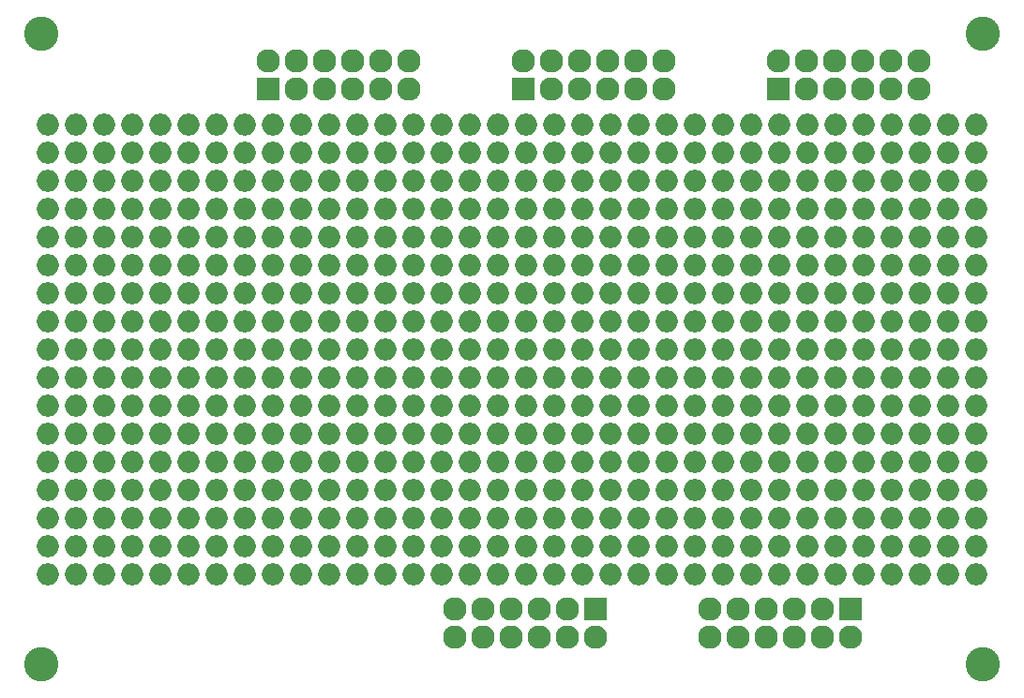
<source format=gts>
G04 #@! TF.GenerationSoftware,KiCad,Pcbnew,(2017-01-24 revision 0b6147e)-makepkg*
G04 #@! TF.CreationDate,2017-09-23T09:01:55-07:00*
G04 #@! TF.ProjectId,SpartanMiniProtoShield,5370617274616E4D696E6950726F746F,rev?*
G04 #@! TF.FileFunction,Soldermask,Top*
G04 #@! TF.FilePolarity,Negative*
%FSLAX46Y46*%
G04 Gerber Fmt 4.6, Leading zero omitted, Abs format (unit mm)*
G04 Created by KiCad (PCBNEW (2017-01-24 revision 0b6147e)-makepkg) date 09/23/17 09:01:55*
%MOMM*%
%LPD*%
G01*
G04 APERTURE LIST*
%ADD10C,0.100000*%
%ADD11O,2.000000X2.000000*%
%ADD12O,2.127200X2.127200*%
%ADD13R,2.127200X2.127200*%
%ADD14C,2.127200*%
%ADD15C,3.100000*%
G04 APERTURE END LIST*
D10*
D11*
X118880000Y-126300000D03*
X116340000Y-126300000D03*
X113800000Y-126300000D03*
X111260000Y-126300000D03*
X108720000Y-126300000D03*
X106180000Y-126300000D03*
X103640000Y-126300000D03*
X101100000Y-126300000D03*
X98560000Y-126300000D03*
X96020000Y-126300000D03*
X93480000Y-126300000D03*
X90940000Y-126300000D03*
X88400000Y-126300000D03*
X85860000Y-126300000D03*
X83320000Y-126300000D03*
X80780000Y-126300000D03*
X78240000Y-126300000D03*
X75700000Y-126300000D03*
X73160000Y-126300000D03*
X70620000Y-126300000D03*
X68080000Y-126300000D03*
X65540000Y-126300000D03*
X63000000Y-126300000D03*
X60460000Y-126300000D03*
X57920000Y-126300000D03*
X55380000Y-126300000D03*
X52840000Y-126300000D03*
X50300000Y-126300000D03*
X47760000Y-126300000D03*
X45220000Y-126300000D03*
X42680000Y-126300000D03*
X40140000Y-126300000D03*
X37600000Y-126300000D03*
X35060000Y-126300000D03*
X118880000Y-123760000D03*
X116340000Y-123760000D03*
X113800000Y-123760000D03*
X111260000Y-123760000D03*
X108720000Y-123760000D03*
X106180000Y-123760000D03*
X103640000Y-123760000D03*
X101100000Y-123760000D03*
X98560000Y-123760000D03*
X96020000Y-123760000D03*
X93480000Y-123760000D03*
X90940000Y-123760000D03*
X88400000Y-123760000D03*
X85860000Y-123760000D03*
X83320000Y-123760000D03*
X80780000Y-123760000D03*
X78240000Y-123760000D03*
X75700000Y-123760000D03*
X73160000Y-123760000D03*
X70620000Y-123760000D03*
X68080000Y-123760000D03*
X65540000Y-123760000D03*
X63000000Y-123760000D03*
X60460000Y-123760000D03*
X57920000Y-123760000D03*
X55380000Y-123760000D03*
X52840000Y-123760000D03*
X50300000Y-123760000D03*
X47760000Y-123760000D03*
X45220000Y-123760000D03*
X42680000Y-123760000D03*
X40140000Y-123760000D03*
X37600000Y-123760000D03*
X35060000Y-123760000D03*
X118880000Y-121220000D03*
X116340000Y-121220000D03*
X113800000Y-121220000D03*
X111260000Y-121220000D03*
X108720000Y-121220000D03*
X106180000Y-121220000D03*
X103640000Y-121220000D03*
X101100000Y-121220000D03*
X98560000Y-121220000D03*
X96020000Y-121220000D03*
X93480000Y-121220000D03*
X90940000Y-121220000D03*
X88400000Y-121220000D03*
X85860000Y-121220000D03*
X83320000Y-121220000D03*
X80780000Y-121220000D03*
X78240000Y-121220000D03*
X75700000Y-121220000D03*
X73160000Y-121220000D03*
X70620000Y-121220000D03*
X68080000Y-121220000D03*
X65540000Y-121220000D03*
X63000000Y-121220000D03*
X60460000Y-121220000D03*
X57920000Y-121220000D03*
X55380000Y-121220000D03*
X52840000Y-121220000D03*
X50300000Y-121220000D03*
X47760000Y-121220000D03*
X45220000Y-121220000D03*
X42680000Y-121220000D03*
X40140000Y-121220000D03*
X37600000Y-121220000D03*
X35060000Y-121220000D03*
X118880000Y-118680000D03*
X116340000Y-118680000D03*
X113800000Y-118680000D03*
X111260000Y-118680000D03*
X108720000Y-118680000D03*
X106180000Y-118680000D03*
X103640000Y-118680000D03*
X101100000Y-118680000D03*
X98560000Y-118680000D03*
X96020000Y-118680000D03*
X93480000Y-118680000D03*
X90940000Y-118680000D03*
X88400000Y-118680000D03*
X85860000Y-118680000D03*
X83320000Y-118680000D03*
X80780000Y-118680000D03*
X78240000Y-118680000D03*
X75700000Y-118680000D03*
X73160000Y-118680000D03*
X70620000Y-118680000D03*
X68080000Y-118680000D03*
X65540000Y-118680000D03*
X63000000Y-118680000D03*
X60460000Y-118680000D03*
X57920000Y-118680000D03*
X55380000Y-118680000D03*
X52840000Y-118680000D03*
X50300000Y-118680000D03*
X47760000Y-118680000D03*
X45220000Y-118680000D03*
X42680000Y-118680000D03*
X40140000Y-118680000D03*
X37600000Y-118680000D03*
X35060000Y-118680000D03*
X118880000Y-116140000D03*
X116340000Y-116140000D03*
X113800000Y-116140000D03*
X111260000Y-116140000D03*
X108720000Y-116140000D03*
X106180000Y-116140000D03*
X103640000Y-116140000D03*
X101100000Y-116140000D03*
X98560000Y-116140000D03*
X96020000Y-116140000D03*
X93480000Y-116140000D03*
X90940000Y-116140000D03*
X88400000Y-116140000D03*
X85860000Y-116140000D03*
X83320000Y-116140000D03*
X80780000Y-116140000D03*
X78240000Y-116140000D03*
X75700000Y-116140000D03*
X73160000Y-116140000D03*
X70620000Y-116140000D03*
X68080000Y-116140000D03*
X65540000Y-116140000D03*
X63000000Y-116140000D03*
X60460000Y-116140000D03*
X57920000Y-116140000D03*
X55380000Y-116140000D03*
X52840000Y-116140000D03*
X50300000Y-116140000D03*
X47760000Y-116140000D03*
X45220000Y-116140000D03*
X42680000Y-116140000D03*
X40140000Y-116140000D03*
X37600000Y-116140000D03*
X35060000Y-116140000D03*
X118880000Y-113600000D03*
X116340000Y-113600000D03*
X113800000Y-113600000D03*
X111260000Y-113600000D03*
X108720000Y-113600000D03*
X106180000Y-113600000D03*
X103640000Y-113600000D03*
X101100000Y-113600000D03*
X98560000Y-113600000D03*
X96020000Y-113600000D03*
X93480000Y-113600000D03*
X90940000Y-113600000D03*
X88400000Y-113600000D03*
X85860000Y-113600000D03*
X83320000Y-113600000D03*
X80780000Y-113600000D03*
X78240000Y-113600000D03*
X75700000Y-113600000D03*
X73160000Y-113600000D03*
X70620000Y-113600000D03*
X68080000Y-113600000D03*
X65540000Y-113600000D03*
X63000000Y-113600000D03*
X60460000Y-113600000D03*
X57920000Y-113600000D03*
X55380000Y-113600000D03*
X52840000Y-113600000D03*
X50300000Y-113600000D03*
X47760000Y-113600000D03*
X45220000Y-113600000D03*
X42680000Y-113600000D03*
X40140000Y-113600000D03*
X37600000Y-113600000D03*
X35060000Y-113600000D03*
X118880000Y-111060000D03*
X116340000Y-111060000D03*
X113800000Y-111060000D03*
X111260000Y-111060000D03*
X108720000Y-111060000D03*
X106180000Y-111060000D03*
X103640000Y-111060000D03*
X101100000Y-111060000D03*
X98560000Y-111060000D03*
X96020000Y-111060000D03*
X93480000Y-111060000D03*
X90940000Y-111060000D03*
X88400000Y-111060000D03*
X85860000Y-111060000D03*
X83320000Y-111060000D03*
X80780000Y-111060000D03*
X78240000Y-111060000D03*
X75700000Y-111060000D03*
X73160000Y-111060000D03*
X70620000Y-111060000D03*
X68080000Y-111060000D03*
X65540000Y-111060000D03*
X63000000Y-111060000D03*
X60460000Y-111060000D03*
X57920000Y-111060000D03*
X55380000Y-111060000D03*
X52840000Y-111060000D03*
X50300000Y-111060000D03*
X47760000Y-111060000D03*
X45220000Y-111060000D03*
X42680000Y-111060000D03*
X40140000Y-111060000D03*
X37600000Y-111060000D03*
X35060000Y-111060000D03*
X118880000Y-108520000D03*
X116340000Y-108520000D03*
X113800000Y-108520000D03*
X111260000Y-108520000D03*
X108720000Y-108520000D03*
X106180000Y-108520000D03*
X103640000Y-108520000D03*
X101100000Y-108520000D03*
X98560000Y-108520000D03*
X96020000Y-108520000D03*
X93480000Y-108520000D03*
X90940000Y-108520000D03*
X88400000Y-108520000D03*
X85860000Y-108520000D03*
X83320000Y-108520000D03*
X80780000Y-108520000D03*
X78240000Y-108520000D03*
X75700000Y-108520000D03*
X73160000Y-108520000D03*
X70620000Y-108520000D03*
X68080000Y-108520000D03*
X65540000Y-108520000D03*
X63000000Y-108520000D03*
X60460000Y-108520000D03*
X57920000Y-108520000D03*
X55380000Y-108520000D03*
X52840000Y-108520000D03*
X50300000Y-108520000D03*
X47760000Y-108520000D03*
X45220000Y-108520000D03*
X42680000Y-108520000D03*
X40140000Y-108520000D03*
X37600000Y-108520000D03*
X35060000Y-108520000D03*
X118880000Y-105980000D03*
X116340000Y-105980000D03*
X113800000Y-105980000D03*
X111260000Y-105980000D03*
X108720000Y-105980000D03*
X106180000Y-105980000D03*
X103640000Y-105980000D03*
X101100000Y-105980000D03*
X98560000Y-105980000D03*
X96020000Y-105980000D03*
X93480000Y-105980000D03*
X90940000Y-105980000D03*
X88400000Y-105980000D03*
X85860000Y-105980000D03*
X83320000Y-105980000D03*
X80780000Y-105980000D03*
X78240000Y-105980000D03*
X75700000Y-105980000D03*
X73160000Y-105980000D03*
X70620000Y-105980000D03*
X68080000Y-105980000D03*
X65540000Y-105980000D03*
X63000000Y-105980000D03*
X60460000Y-105980000D03*
X57920000Y-105980000D03*
X55380000Y-105980000D03*
X52840000Y-105980000D03*
X50300000Y-105980000D03*
X47760000Y-105980000D03*
X45220000Y-105980000D03*
X42680000Y-105980000D03*
X40140000Y-105980000D03*
X37600000Y-105980000D03*
X35060000Y-105980000D03*
X118880000Y-103440000D03*
X116340000Y-103440000D03*
X113800000Y-103440000D03*
X111260000Y-103440000D03*
X108720000Y-103440000D03*
X106180000Y-103440000D03*
X103640000Y-103440000D03*
X101100000Y-103440000D03*
X98560000Y-103440000D03*
X96020000Y-103440000D03*
X93480000Y-103440000D03*
X90940000Y-103440000D03*
X88400000Y-103440000D03*
X85860000Y-103440000D03*
X83320000Y-103440000D03*
X80780000Y-103440000D03*
X78240000Y-103440000D03*
X75700000Y-103440000D03*
X73160000Y-103440000D03*
X70620000Y-103440000D03*
X68080000Y-103440000D03*
X65540000Y-103440000D03*
X63000000Y-103440000D03*
X60460000Y-103440000D03*
X57920000Y-103440000D03*
X55380000Y-103440000D03*
X52840000Y-103440000D03*
X50300000Y-103440000D03*
X47760000Y-103440000D03*
X45220000Y-103440000D03*
X42680000Y-103440000D03*
X40140000Y-103440000D03*
X37600000Y-103440000D03*
X35060000Y-103440000D03*
X118880000Y-100900000D03*
X116340000Y-100900000D03*
X113800000Y-100900000D03*
X111260000Y-100900000D03*
X108720000Y-100900000D03*
X106180000Y-100900000D03*
X103640000Y-100900000D03*
X101100000Y-100900000D03*
X98560000Y-100900000D03*
X96020000Y-100900000D03*
X93480000Y-100900000D03*
X90940000Y-100900000D03*
X88400000Y-100900000D03*
X85860000Y-100900000D03*
X83320000Y-100900000D03*
X80780000Y-100900000D03*
X78240000Y-100900000D03*
X75700000Y-100900000D03*
X73160000Y-100900000D03*
X70620000Y-100900000D03*
X68080000Y-100900000D03*
X65540000Y-100900000D03*
X63000000Y-100900000D03*
X60460000Y-100900000D03*
X57920000Y-100900000D03*
X55380000Y-100900000D03*
X52840000Y-100900000D03*
X50300000Y-100900000D03*
X47760000Y-100900000D03*
X45220000Y-100900000D03*
X42680000Y-100900000D03*
X40140000Y-100900000D03*
X37600000Y-100900000D03*
X35060000Y-100900000D03*
X118880000Y-98360000D03*
X116340000Y-98360000D03*
X113800000Y-98360000D03*
X111260000Y-98360000D03*
X108720000Y-98360000D03*
X106180000Y-98360000D03*
X103640000Y-98360000D03*
X101100000Y-98360000D03*
X98560000Y-98360000D03*
X96020000Y-98360000D03*
X93480000Y-98360000D03*
X90940000Y-98360000D03*
X88400000Y-98360000D03*
X85860000Y-98360000D03*
X83320000Y-98360000D03*
X80780000Y-98360000D03*
X78240000Y-98360000D03*
X75700000Y-98360000D03*
X73160000Y-98360000D03*
X70620000Y-98360000D03*
X68080000Y-98360000D03*
X65540000Y-98360000D03*
X63000000Y-98360000D03*
X60460000Y-98360000D03*
X57920000Y-98360000D03*
X55380000Y-98360000D03*
X52840000Y-98360000D03*
X50300000Y-98360000D03*
X47760000Y-98360000D03*
X45220000Y-98360000D03*
X42680000Y-98360000D03*
X40140000Y-98360000D03*
X37600000Y-98360000D03*
X35060000Y-98360000D03*
X118880000Y-95820000D03*
X116340000Y-95820000D03*
X113800000Y-95820000D03*
X111260000Y-95820000D03*
X108720000Y-95820000D03*
X106180000Y-95820000D03*
X103640000Y-95820000D03*
X101100000Y-95820000D03*
X98560000Y-95820000D03*
X96020000Y-95820000D03*
X93480000Y-95820000D03*
X90940000Y-95820000D03*
X88400000Y-95820000D03*
X85860000Y-95820000D03*
X83320000Y-95820000D03*
X80780000Y-95820000D03*
X78240000Y-95820000D03*
X75700000Y-95820000D03*
X73160000Y-95820000D03*
X70620000Y-95820000D03*
X68080000Y-95820000D03*
X65540000Y-95820000D03*
X63000000Y-95820000D03*
X60460000Y-95820000D03*
X57920000Y-95820000D03*
X55380000Y-95820000D03*
X52840000Y-95820000D03*
X50300000Y-95820000D03*
X47760000Y-95820000D03*
X45220000Y-95820000D03*
X42680000Y-95820000D03*
X40140000Y-95820000D03*
X37600000Y-95820000D03*
X35060000Y-95820000D03*
X118880000Y-93280000D03*
X116340000Y-93280000D03*
X113800000Y-93280000D03*
X111260000Y-93280000D03*
X108720000Y-93280000D03*
X106180000Y-93280000D03*
X103640000Y-93280000D03*
X101100000Y-93280000D03*
X98560000Y-93280000D03*
X96020000Y-93280000D03*
X93480000Y-93280000D03*
X90940000Y-93280000D03*
X88400000Y-93280000D03*
X85860000Y-93280000D03*
X83320000Y-93280000D03*
X80780000Y-93280000D03*
X78240000Y-93280000D03*
X75700000Y-93280000D03*
X73160000Y-93280000D03*
X70620000Y-93280000D03*
X68080000Y-93280000D03*
X65540000Y-93280000D03*
X63000000Y-93280000D03*
X60460000Y-93280000D03*
X57920000Y-93280000D03*
X55380000Y-93280000D03*
X52840000Y-93280000D03*
X50300000Y-93280000D03*
X47760000Y-93280000D03*
X45220000Y-93280000D03*
X42680000Y-93280000D03*
X40140000Y-93280000D03*
X37600000Y-93280000D03*
X35060000Y-93280000D03*
X118880000Y-90740000D03*
X116340000Y-90740000D03*
X113800000Y-90740000D03*
X111260000Y-90740000D03*
X108720000Y-90740000D03*
X106180000Y-90740000D03*
X103640000Y-90740000D03*
X101100000Y-90740000D03*
X98560000Y-90740000D03*
X96020000Y-90740000D03*
X93480000Y-90740000D03*
X90940000Y-90740000D03*
X88400000Y-90740000D03*
X85860000Y-90740000D03*
X83320000Y-90740000D03*
X80780000Y-90740000D03*
X78240000Y-90740000D03*
X75700000Y-90740000D03*
X73160000Y-90740000D03*
X70620000Y-90740000D03*
X68080000Y-90740000D03*
X65540000Y-90740000D03*
X63000000Y-90740000D03*
X60460000Y-90740000D03*
X57920000Y-90740000D03*
X55380000Y-90740000D03*
X52840000Y-90740000D03*
X50300000Y-90740000D03*
X47760000Y-90740000D03*
X45220000Y-90740000D03*
X42680000Y-90740000D03*
X40140000Y-90740000D03*
X37600000Y-90740000D03*
D12*
X84503500Y-134543500D03*
D13*
X84503500Y-132003500D03*
D12*
X81963500Y-134543500D03*
X81963500Y-132003500D03*
X79423500Y-134543500D03*
X79423500Y-132003500D03*
X76883500Y-134543500D03*
X76883500Y-132003500D03*
X74343500Y-134543500D03*
X74343500Y-132003500D03*
X71803500Y-134543500D03*
D14*
X71803500Y-132003500D03*
X94803500Y-132003500D03*
D12*
X94803500Y-134543500D03*
X97343500Y-132003500D03*
X97343500Y-134543500D03*
X99883500Y-132003500D03*
X99883500Y-134543500D03*
X102423500Y-132003500D03*
X102423500Y-134543500D03*
X104963500Y-132003500D03*
X104963500Y-134543500D03*
D13*
X107503500Y-132003500D03*
D12*
X107503500Y-134543500D03*
D14*
X67696500Y-84996500D03*
D12*
X67696500Y-82456500D03*
X65156500Y-84996500D03*
X65156500Y-82456500D03*
X62616500Y-84996500D03*
X62616500Y-82456500D03*
X60076500Y-84996500D03*
X60076500Y-82456500D03*
X57536500Y-84996500D03*
X57536500Y-82456500D03*
D13*
X54996500Y-84996500D03*
D12*
X54996500Y-82456500D03*
D14*
X90696500Y-84996500D03*
D12*
X90696500Y-82456500D03*
X88156500Y-84996500D03*
X88156500Y-82456500D03*
X85616500Y-84996500D03*
X85616500Y-82456500D03*
X83076500Y-84996500D03*
X83076500Y-82456500D03*
X80536500Y-84996500D03*
X80536500Y-82456500D03*
D13*
X77996500Y-84996500D03*
D12*
X77996500Y-82456500D03*
X100996500Y-82456500D03*
D13*
X100996500Y-84996500D03*
D12*
X103536500Y-82456500D03*
X103536500Y-84996500D03*
X106076500Y-82456500D03*
X106076500Y-84996500D03*
X108616500Y-82456500D03*
X108616500Y-84996500D03*
X111156500Y-82456500D03*
X111156500Y-84996500D03*
X113696500Y-82456500D03*
D14*
X113696500Y-84996500D03*
D15*
X119500000Y-137000000D03*
X119500000Y-80000000D03*
X34500000Y-80000000D03*
X34500000Y-137000000D03*
D11*
X35060000Y-90740000D03*
X118880000Y-128840000D03*
X116340000Y-128840000D03*
X113800000Y-128840000D03*
X111260000Y-128840000D03*
X108720000Y-128840000D03*
X106180000Y-128840000D03*
X103640000Y-128840000D03*
X101100000Y-128840000D03*
X98560000Y-128840000D03*
X96020000Y-128840000D03*
X93480000Y-128840000D03*
X90940000Y-128840000D03*
X88400000Y-128840000D03*
X85860000Y-128840000D03*
X83320000Y-128840000D03*
X80780000Y-128840000D03*
X78240000Y-128840000D03*
X75700000Y-128840000D03*
X73160000Y-128840000D03*
X70620000Y-128840000D03*
X68080000Y-128840000D03*
X65540000Y-128840000D03*
X63000000Y-128840000D03*
X60460000Y-128840000D03*
X57920000Y-128840000D03*
X55380000Y-128840000D03*
X52840000Y-128840000D03*
X50300000Y-128840000D03*
X47760000Y-128840000D03*
X45220000Y-128840000D03*
X42680000Y-128840000D03*
X40140000Y-128840000D03*
X37600000Y-128840000D03*
X35060000Y-128840000D03*
X35060000Y-88200000D03*
X37600000Y-88200000D03*
X40140000Y-88200000D03*
X42680000Y-88200000D03*
X45220000Y-88200000D03*
X47760000Y-88200000D03*
X50300000Y-88200000D03*
X52840000Y-88200000D03*
X55380000Y-88200000D03*
X57920000Y-88200000D03*
X60460000Y-88200000D03*
X63000000Y-88200000D03*
X65540000Y-88200000D03*
X68080000Y-88200000D03*
X70620000Y-88200000D03*
X73160000Y-88200000D03*
X75700000Y-88200000D03*
X78240000Y-88200000D03*
X80780000Y-88200000D03*
X83320000Y-88200000D03*
X85860000Y-88200000D03*
X88400000Y-88200000D03*
X90940000Y-88200000D03*
X93480000Y-88200000D03*
X96020000Y-88200000D03*
X98560000Y-88200000D03*
X101100000Y-88200000D03*
X103640000Y-88200000D03*
X106180000Y-88200000D03*
X108720000Y-88200000D03*
X111260000Y-88200000D03*
X113800000Y-88200000D03*
X116340000Y-88200000D03*
X118880000Y-88200000D03*
M02*

</source>
